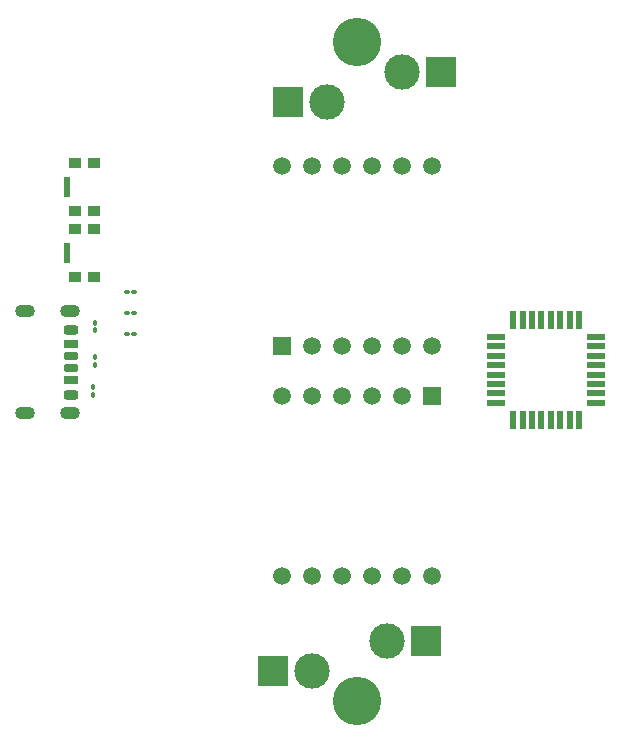
<source format=gbr>
%TF.GenerationSoftware,KiCad,Pcbnew,8.0.3*%
%TF.CreationDate,2024-07-23T23:43:33-05:00*%
%TF.ProjectId,kicad_timer,6b696361-645f-4746-996d-65722e6b6963,rev?*%
%TF.SameCoordinates,Original*%
%TF.FileFunction,Soldermask,Bot*%
%TF.FilePolarity,Negative*%
%FSLAX46Y46*%
G04 Gerber Fmt 4.6, Leading zero omitted, Abs format (unit mm)*
G04 Created by KiCad (PCBNEW 8.0.3) date 2024-07-23 23:43:33*
%MOMM*%
%LPD*%
G01*
G04 APERTURE LIST*
G04 Aperture macros list*
%AMRoundRect*
0 Rectangle with rounded corners*
0 $1 Rounding radius*
0 $2 $3 $4 $5 $6 $7 $8 $9 X,Y pos of 4 corners*
0 Add a 4 corners polygon primitive as box body*
4,1,4,$2,$3,$4,$5,$6,$7,$8,$9,$2,$3,0*
0 Add four circle primitives for the rounded corners*
1,1,$1+$1,$2,$3*
1,1,$1+$1,$4,$5*
1,1,$1+$1,$6,$7*
1,1,$1+$1,$8,$9*
0 Add four rect primitives between the rounded corners*
20,1,$1+$1,$2,$3,$4,$5,0*
20,1,$1+$1,$4,$5,$6,$7,0*
20,1,$1+$1,$6,$7,$8,$9,0*
20,1,$1+$1,$8,$9,$2,$3,0*%
G04 Aperture macros list end*
%ADD10R,1.500000X1.500000*%
%ADD11C,1.500000*%
%ADD12C,3.000000*%
%ADD13C,4.100000*%
%ADD14R,2.550000X2.500000*%
%ADD15RoundRect,0.100000X-0.130000X-0.100000X0.130000X-0.100000X0.130000X0.100000X-0.130000X0.100000X0*%
%ADD16RoundRect,0.100000X-0.100000X0.130000X-0.100000X-0.130000X0.100000X-0.130000X0.100000X0.130000X0*%
%ADD17RoundRect,0.100000X0.130000X0.100000X-0.130000X0.100000X-0.130000X-0.100000X0.130000X-0.100000X0*%
%ADD18R,1.000000X0.900000*%
%ADD19R,0.550000X1.700000*%
%ADD20RoundRect,0.175000X0.425000X-0.175000X0.425000X0.175000X-0.425000X0.175000X-0.425000X-0.175000X0*%
%ADD21RoundRect,0.190000X-0.410000X0.190000X-0.410000X-0.190000X0.410000X-0.190000X0.410000X0.190000X0*%
%ADD22RoundRect,0.200000X-0.400000X0.200000X-0.400000X-0.200000X0.400000X-0.200000X0.400000X0.200000X0*%
%ADD23RoundRect,0.175000X-0.425000X0.175000X-0.425000X-0.175000X0.425000X-0.175000X0.425000X0.175000X0*%
%ADD24RoundRect,0.190000X0.410000X-0.190000X0.410000X0.190000X-0.410000X0.190000X-0.410000X-0.190000X0*%
%ADD25RoundRect,0.200000X0.400000X-0.200000X0.400000X0.200000X-0.400000X0.200000X-0.400000X-0.200000X0*%
%ADD26O,1.700000X1.100000*%
%ADD27R,1.600000X0.550000*%
%ADD28R,0.550000X1.600000*%
G04 APERTURE END LIST*
D10*
%TO.C,U3*%
X164592000Y-96843000D03*
D11*
X162052000Y-96843000D03*
X159512000Y-96843000D03*
X156972000Y-96843000D03*
X154432000Y-96843000D03*
X151892000Y-96843000D03*
X151892000Y-112083000D03*
X154432000Y-112083000D03*
X156972000Y-112083000D03*
X159512000Y-112083000D03*
X162052000Y-112083000D03*
X164592000Y-112083000D03*
%TD*%
D10*
%TO.C,U1*%
X151892000Y-92583000D03*
D11*
X154432000Y-92583000D03*
X156972000Y-92583000D03*
X159512000Y-92583000D03*
X162052000Y-92583000D03*
X164592000Y-92583000D03*
X164592000Y-77343000D03*
X162052000Y-77343000D03*
X159512000Y-77343000D03*
X156972000Y-77343000D03*
X154432000Y-77343000D03*
X151892000Y-77343000D03*
%TD*%
D12*
%TO.C,S3*%
X160768500Y-117581000D03*
D13*
X158228500Y-122661000D03*
D12*
X154418500Y-120121000D03*
D14*
X151143500Y-120121000D03*
X164070500Y-117581000D03*
%TD*%
D15*
%TO.C,R2*%
X138745000Y-89789000D03*
X139385000Y-89789000D03*
%TD*%
D16*
%TO.C,R5*%
X136017000Y-93533000D03*
X136017000Y-94173000D03*
%TD*%
D17*
%TO.C,R1*%
X139385000Y-88039000D03*
X138745000Y-88039000D03*
%TD*%
D12*
%TO.C,S2*%
X155702000Y-71934821D03*
D13*
X158242000Y-66854821D03*
D12*
X162052000Y-69394821D03*
D14*
X165327000Y-69394821D03*
X152400000Y-71934821D03*
%TD*%
D18*
%TO.C,S1*%
X134328000Y-82659000D03*
X134328000Y-86759000D03*
X135928000Y-82659000D03*
X135928000Y-86759000D03*
D19*
X133703000Y-84709000D03*
%TD*%
D16*
%TO.C,R4*%
X135890000Y-96073000D03*
X135890000Y-96713000D03*
%TD*%
%TO.C,R6*%
X136017000Y-90612000D03*
X136017000Y-91252000D03*
%TD*%
D18*
%TO.C,S4*%
X134328000Y-77071000D03*
X134328000Y-81171000D03*
X135928000Y-77071000D03*
X135928000Y-81171000D03*
D19*
X133703000Y-79121000D03*
%TD*%
D20*
%TO.C,J1*%
X133985000Y-94476000D03*
D21*
X133985000Y-92456000D03*
D22*
X133985000Y-91226000D03*
D23*
X133985000Y-93476000D03*
D24*
X133985000Y-95496000D03*
D25*
X133985000Y-96726000D03*
D26*
X130105000Y-98296000D03*
X133905000Y-98296000D03*
X130105000Y-89656000D03*
X133905000Y-89656000D03*
%TD*%
D27*
%TO.C,U2*%
X178494000Y-91815000D03*
X178494000Y-92615000D03*
X178494000Y-93415000D03*
X178494000Y-94215000D03*
X178494000Y-95015000D03*
X178494000Y-95815000D03*
X178494000Y-96615000D03*
X178494000Y-97415000D03*
D28*
X177044000Y-98865000D03*
X176244000Y-98865000D03*
X175444000Y-98865000D03*
X174644000Y-98865000D03*
X173844000Y-98865000D03*
X173044000Y-98865000D03*
X172244000Y-98865000D03*
X171444000Y-98865000D03*
D27*
X169994000Y-97415000D03*
X169994000Y-96615000D03*
X169994000Y-95815000D03*
X169994000Y-95015000D03*
X169994000Y-94215000D03*
X169994000Y-93415000D03*
X169994000Y-92615000D03*
X169994000Y-91815000D03*
D28*
X171444000Y-90365000D03*
X172244000Y-90365000D03*
X173044000Y-90365000D03*
X173844000Y-90365000D03*
X174644000Y-90365000D03*
X175444000Y-90365000D03*
X176244000Y-90365000D03*
X177044000Y-90365000D03*
%TD*%
D17*
%TO.C,R3*%
X139385000Y-91539000D03*
X138745000Y-91539000D03*
%TD*%
M02*

</source>
